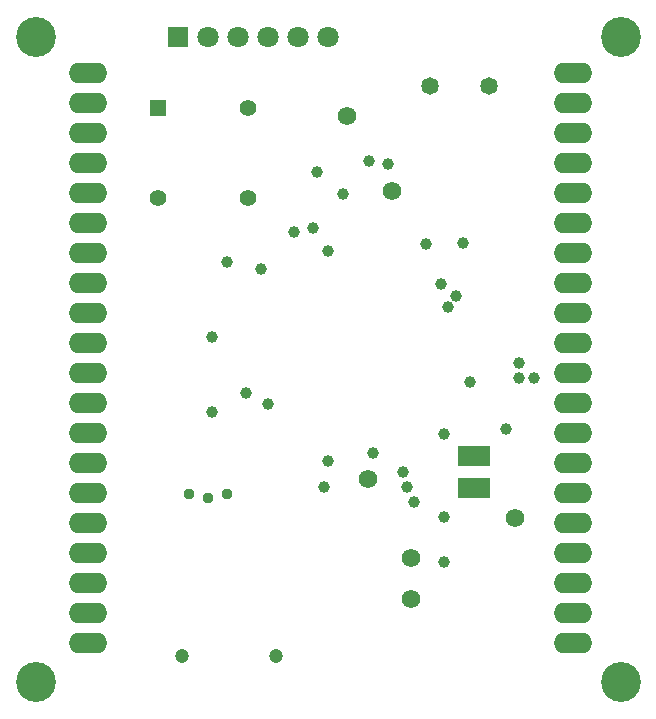
<source format=gbs>
G04*
G04 #@! TF.GenerationSoftware,Altium Limited,Altium Designer,23.2.1 (34)*
G04*
G04 Layer_Color=16711935*
%FSLAX25Y25*%
%MOIN*%
G70*
G04*
G04 #@! TF.SameCoordinates,B2F2E879-4ADF-417A-83DA-379EB80E5566*
G04*
G04*
G04 #@! TF.FilePolarity,Negative*
G04*
G01*
G75*
%ADD41R,0.11040X0.06506*%
%ADD56C,0.04737*%
%ADD57C,0.06181*%
%ADD58C,0.05839*%
%ADD59O,0.12800X0.06800*%
%ADD60R,0.05556X0.05556*%
%ADD61C,0.05556*%
%ADD62C,0.07099*%
%ADD63R,0.07099X0.07099*%
%ADD64C,0.13300*%
%ADD65C,0.03950*%
%ADD66C,0.03740*%
D41*
X156250Y74783D02*
D03*
Y85217D02*
D03*
D56*
X90156Y18777D02*
D03*
X58755D02*
D03*
D57*
X113750Y198750D02*
D03*
X128750Y173750D02*
D03*
X169732Y64557D02*
D03*
X120777Y77500D02*
D03*
X135000Y51250D02*
D03*
Y37500D02*
D03*
D58*
X161092Y208750D02*
D03*
X141408D02*
D03*
D59*
X188976Y213110D02*
D03*
Y203110D02*
D03*
Y193110D02*
D03*
Y183110D02*
D03*
Y173110D02*
D03*
Y163110D02*
D03*
Y153110D02*
D03*
Y143110D02*
D03*
Y133110D02*
D03*
Y123110D02*
D03*
Y113110D02*
D03*
Y103110D02*
D03*
Y93110D02*
D03*
Y83110D02*
D03*
Y73110D02*
D03*
Y63110D02*
D03*
Y53110D02*
D03*
Y43110D02*
D03*
Y33110D02*
D03*
Y23110D02*
D03*
X27559Y213110D02*
D03*
Y203110D02*
D03*
Y193110D02*
D03*
Y183110D02*
D03*
Y173110D02*
D03*
Y163110D02*
D03*
Y153110D02*
D03*
Y143110D02*
D03*
Y133110D02*
D03*
Y123110D02*
D03*
Y113110D02*
D03*
Y103110D02*
D03*
Y93110D02*
D03*
Y83110D02*
D03*
Y73110D02*
D03*
Y63110D02*
D03*
Y53110D02*
D03*
Y43110D02*
D03*
Y33110D02*
D03*
Y23110D02*
D03*
D60*
X50747Y201250D02*
D03*
D61*
Y171250D02*
D03*
X80747D02*
D03*
Y201250D02*
D03*
D62*
X87500Y225000D02*
D03*
X67500D02*
D03*
X77500D02*
D03*
X97500D02*
D03*
X107500D02*
D03*
D63*
X57500D02*
D03*
D64*
X10000D02*
D03*
X205000D02*
D03*
Y10000D02*
D03*
X10000D02*
D03*
D65*
X133750Y75000D02*
D03*
X136250Y70000D02*
D03*
X132500Y80000D02*
D03*
X121250Y183750D02*
D03*
X127500Y182500D02*
D03*
X103750Y180000D02*
D03*
X112500Y172500D02*
D03*
X87500Y102500D02*
D03*
X68750Y100000D02*
D03*
X73750Y150000D02*
D03*
X152500Y156250D02*
D03*
X102500Y161250D02*
D03*
X96250Y160000D02*
D03*
X106250Y75000D02*
D03*
X107500Y83750D02*
D03*
X145000Y142588D02*
D03*
X171250Y116250D02*
D03*
Y111250D02*
D03*
X176250D02*
D03*
X140000Y156082D02*
D03*
X68750Y125000D02*
D03*
X147494Y134999D02*
D03*
X150000Y138750D02*
D03*
X154730Y109857D02*
D03*
X80000Y106250D02*
D03*
X146250Y65000D02*
D03*
Y50000D02*
D03*
X166682Y94182D02*
D03*
X146250Y92500D02*
D03*
X122500Y86250D02*
D03*
X85000Y147500D02*
D03*
X107500Y153750D02*
D03*
D66*
X67500Y71250D02*
D03*
X61250Y72500D02*
D03*
X73750D02*
D03*
M02*

</source>
